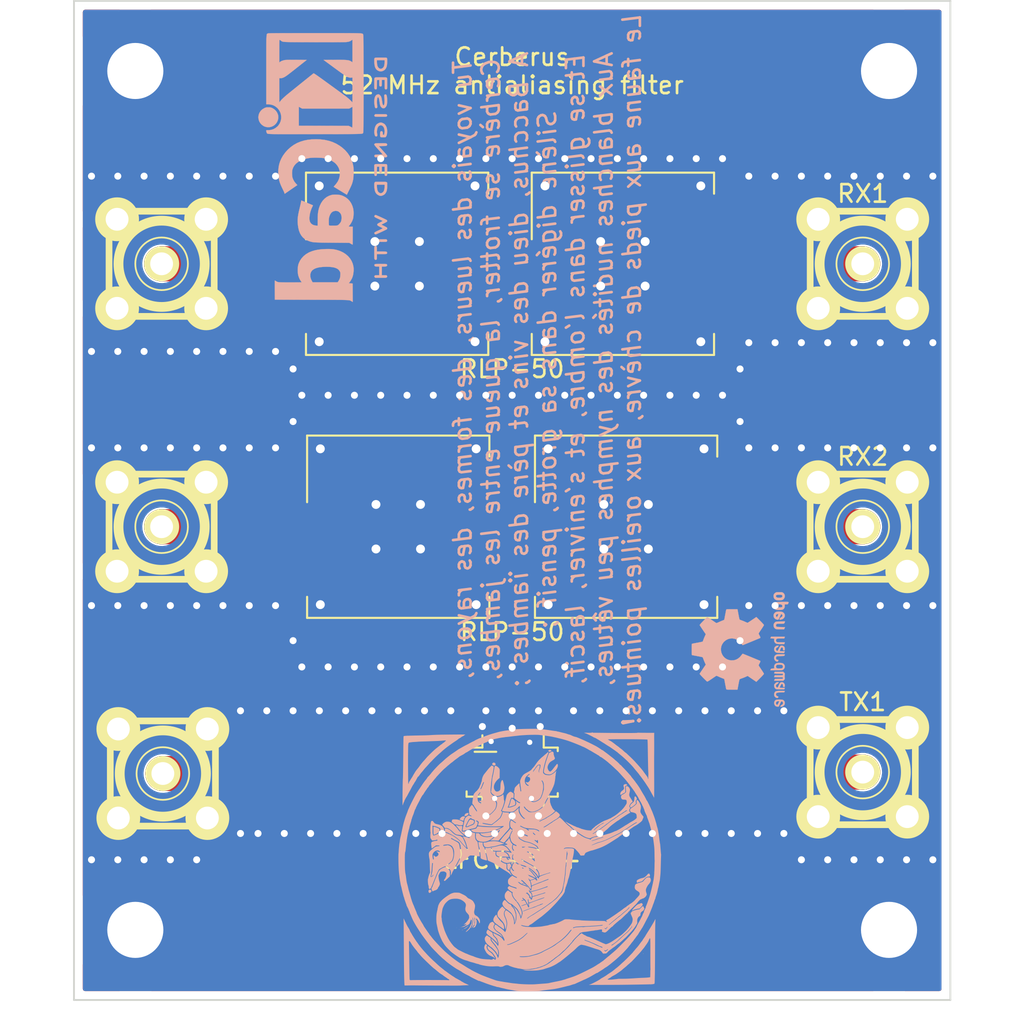
<source format=kicad_pcb>
(kicad_pcb (version 20211014) (generator pcbnew)
  (layers (0 "F.Cu" signal) (31 "B.Cu" signal) (34 "B.Paste" user) (35 "F.Paste" user) (36 "B.SilkS" user "B.Silkscreen") (37 "F.SilkS" user "F.Silkscreen") (38 "B.Mask" user) (39 "F.Mask" user) (44 "Edge.Cuts" user))
  (net 0 "")
  (net 1 "Net-(FL1001-Pad1)")
  (net 2 "Net-(FL1001-Pad3)")
  (net 3 "GND")
  (net 4 "Net-(J1002-Pad1)")
  (net 5 "Net-(J1003-Pad1)")
  (net 6 "Net-(J1005-Pad1)")
  (net 7 "Net-(J1006-Pad1)")
  (net 8 "Net-(U1001-Pad2)")
  (net 9 "Net-(U1002-Pad2)")
  (footprint "Filter:Filter_Mini-Circuits_FV1206" (layer "F.Cu") (at 160 79)
    (fp_text reference "FL1001" hide)
    (fp_text value "LFCV-52+")
    (pad "1" smd rect (at -1.95 0) (size 1.6 0.8) (layers "F.Cu" "F.Paste" "F.Mask") (net 1 "Net-(FL1001-Pad1)"))
    (pad "2" thru_hole circle (at -1 1.5) (size 0.61 0.61) (drill 0.3) (layers *.Cu *.Mask) (net 3 "GND"))
    (pad "2" smd rect (at 0 1.5) (size 3.25 1.5) (layers "F.Cu" "F.Paste" "F.Mask") (net 3 "GND"))
    (pad "2" thru_hole circle (at 1 -1.7) (size 0.61 0.61) (drill 0.3) (layers *.Cu *.Mask) (net 3 "GND"))
    (pad "2" thru_hole circle (at -1.2 -1.75) (size 0.61 0.61) (drill 0.3) (layers *.Cu *.Mask) (net 3 "GND"))
    (pad "2" thru_hole circle (at 1.1 1.5) (size 0.61 0.61) (drill 0.3) (layers *.Cu *.Mask) (net 3 "GND"))
    (pad "3" smd rect (at 1.95 0) (size 1.6 0.8) (layers "F.Cu" "F.Paste" "F.Mask") (net 2 "Net-(FL1001-Pad3)"))
    (pad "4" smd rect (at 0 -1.5) (size 3.25 1.5) (layers "F.Cu" "F.Paste" "F.Mask") (net 3 "GND"))
  )
  (footprint "SMA_PINS:SMA_PINS" (layer "F.Cu") (at 180 50)
    (fp_text reference "J1005" hide)
    (fp_text value "Conn_Coaxial" hide)
    (pad "1" thru_hole circle locked (at 0 0) (size 1.99898 1.99898) (drill 1.30048) (layers *.Cu *.Mask "F.SilkS") (net 6 "Net-(J1005-Pad1)") (clearance 0.09906))
    (pad "2" thru_hole circle locked (at -2.54 -2.54) (size 2.49936 2.49936) (drill 1.30048) (layers *.Cu *.Mask "F.SilkS") (net 3 "GND"))
    (pad "2" thru_hole circle locked (at -2.54 2.54) (size 2.49936 2.49936) (drill 1.30048) (layers *.Cu *.Mask "F.SilkS") (net 3 "GND"))
    (pad "2" thru_hole circle locked (at 2.54 -2.54) (size 2.49936 2.49936) (drill 1.30048) (layers *.Cu *.Mask "F.SilkS") (net 3 "GND"))
    (pad "2" thru_hole circle locked (at 2.54 2.54) (size 2.49936 2.49936) (drill 1.30048) (layers *.Cu *.Mask "F.SilkS") (net 3 "GND"))
  )
  (footprint "RF_Mini-Circuits:Mini-Circuits_GP1212_LandPatternPL-176" (layer "F.Cu") (at 166.5 65)
    (fp_text reference "U1002" hide)
    (fp_text value "RLP-50")
    (pad "1" smd rect locked (at 3.683 3.175) (size 2.54 3.556) (layers "F.Cu") (net 3 "GND"))
    (pad "1" thru_hole circle locked (at -4.445 -4.445) (size 1.016 1.016) (drill 0.508) (layers *.Cu) (net 3 "GND"))
    (pad "1" smd rect locked (at 0 0) (size 4.826 9.906) (layers "F.Cu") (net 3 "GND"))
    (pad "1" smd rect locked (at -3.683 3.175) (size 2.54 3.556) (layers "F.Cu") (net 3 "GND"))
    (pad "1" thru_hole circle locked (at 1.27 1.27) (size 1.016 1.016) (drill 0.508) (layers *.Cu) (net 3 "GND"))
    (pad "1" thru_hole circle locked (at -4.445 4.445) (size 1.016 1.016) (drill 0.508) (layers *.Cu) (net 3 "GND"))
    (pad "1" smd rect locked (at 3.683 -3.175) (size 2.54 3.556) (layers "F.Cu") (net 3 "GND"))
    (pad "1" thru_hole circle locked (at -1.27 1.27) (size 1.016 1.016) (drill 0.508) (layers *.Cu) (net 3 "GND"))
    (pad "1" thru_hole circle locked (at 1.27 -1.27) (size 1.016 1.016) (drill 0.508) (layers *.Cu) (net 3 "GND"))
    (pad "1" thru_hole circle locked (at 4.445 -4.445) (size 1.016 1.016) (drill 0.508) (layers *.Cu) (net 3 "GND"))
    (pad "1" smd rect locked (at -3.683 -3.175) (size 2.54 3.556) (layers "F.Cu") (net 3 "GND"))
    (pad "1" thru_hole circle locked (at -1.27 -1.27) (size 1.016 1.016) (drill 0.508) (layers *.Cu) (net 3 "GND"))
    (pad "1" smd rect locked (at -4.064 -1.905 180) (size 1.778 1.016) (layers "F.Cu" "F.Paste" "F.Mask") (net 3 "GND"))
    (pad "1" thru_hole circle locked (at 4.445 4.445) (size 1.016 1.016) (drill 0.508) (layers *.Cu) (net 3 "GND"))
    (pad "2" smd rect locked (at -4.064 0 180) (size 1.778 1.016) (layers "F.Cu" "F.Paste" "F.Mask") (net 9 "Net-(U1002-Pad2)") (clearance 0.762))
    (pad "3" smd rect locked (at -4.064 1.905 180) (size 1.778 1.016) (layers "F.Cu" "F.Paste" "F.Mask") (net 3 "GND"))
    (pad "4" smd rect locked (at 0 4.064 270) (size 1.778 1.016) (layers "F.Cu" "F.Paste" "F.Mask") (net 3 "GND"))
    (pad "5" smd rect locked (at 4.064 1.905) (size 1.778 1.016) (layers "F.Cu" "F.Paste" "F.Mask") (net 3 "GND"))
    (pad "6" smd rect locked (at 4.064 0) (size 1.778 1.016) (layers "F.Cu" "F.Paste" "F.Mask") (net 7 "Net-(J1006-Pad1)") (clearance 0.762))
    (pad "7" smd rect locked (at 4.064 -1.905) (size 1.778 1.016) (layers "F.Cu" "F.Paste" "F.Mask") (net 3 "GND"))
    (pad "8" smd rect locked (at 0 -4.064 270) (size 1.778 1.016) (layers "F.Cu" "F.Paste" "F.Mask") (net 3 "GND"))
  )
  (footprint "SMA_PINS:SMA_PINS" (layer "F.Cu") (at 140 50 180)
    (fp_text reference "J1002" hide)
    (fp_text value "Conn_Coaxial" hide)
    (pad "1" thru_hole circle locked (at 0 0 180) (size 1.99898 1.99898) (drill 1.30048) (layers *.Cu *.Mask "F.SilkS") (net 4 "Net-(J1002-Pad1)") (clearance 0.09906))
    (pad "2" thru_hole circle locked (at -2.54 -2.54 180) (size 2.49936 2.49936) (drill 1.30048) (layers *.Cu *.Mask "F.SilkS") (net 3 "GND"))
    (pad "2" thru_hole circle locked (at 2.54 2.54 180) (size 2.49936 2.49936) (drill 1.30048) (layers *.Cu *.Mask "F.SilkS") (net 3 "GND"))
    (pad "2" thru_hole circle locked (at -2.54 2.54 180) (size 2.49936 2.49936) (drill 1.30048) (layers *.Cu *.Mask "F.SilkS") (net 3 "GND"))
    (pad "2" thru_hole circle locked (at 2.54 -2.54 180) (size 2.49936 2.49936) (drill 1.30048) (layers *.Cu *.Mask "F.SilkS") (net 3 "GND"))
  )
  (footprint "MountingHole:MountingHole_3.2mm_M3_ISO7380_Pad" (layer "F.Cu") (at 181.5 39)
    (fp_text reference "J1007" hide)
    (fp_text value "Conn_01x01_Female")
    (pad "1" thru_hole circle locked (at 0 0) (size 5.7 5.7) (drill 3.2) (layers *.Cu *.Mask) (net 3 "GND"))
  )
  (footprint "SMA_PINS:SMA_PINS" (layer "F.Cu") (at 140 65 180)
    (fp_text reference "J1003" hide)
    (fp_text value "Conn_Coaxial" hide)
    (pad "1" thru_hole circle locked (at 0 0 180) (size 1.99898 1.99898) (drill 1.30048) (layers *.Cu *.Mask "F.SilkS") (net 5 "Net-(J1003-Pad1)") (clearance 0.09906))
    (pad "2" thru_hole circle locked (at -2.54 -2.54 180) (size 2.49936 2.49936) (drill 1.30048) (layers *.Cu *.Mask "F.SilkS") (net 3 "GND"))
    (pad "2" thru_hole circle locked (at 2.54 -2.54 180) (size 2.49936 2.49936) (drill 1.30048) (layers *.Cu *.Mask "F.SilkS") (net 3 "GND"))
    (pad "2" thru_hole circle locked (at 2.54 2.54 180) (size 2.49936 2.49936) (drill 1.30048) (layers *.Cu *.Mask "F.SilkS") (net 3 "GND"))
    (pad "2" thru_hole circle locked (at -2.54 2.54 180) (size 2.49936 2.49936) (drill 1.30048) (layers *.Cu *.Mask "F.SilkS") (net 3 "GND"))
  )
  (footprint "RF_Mini-Circuits:Mini-Circuits_GP1212_LandPatternPL-176" (layer "F.Cu") (at 153.436 50)
    (fp_text reference "U1003" hide)
    (fp_text value "RLP-50")
    (pad "1" thru_hole circle locked (at -4.445 4.445) (size 1.016 1.016) (drill 0.508) (layers *.Cu) (net 3 "GND"))
    (pad "1" thru_hole circle locked (at 4.445 -4.445) (size 1.016 1.016) (drill 0.508) (layers *.Cu) (net 3 "GND"))
    (pad "1" thru_hole circle locked (at -1.27 1.27) (size 1.016 1.016) (drill 0.508) (layers *.Cu) (net 3 "GND"))
    (pad "1" thru_hole circle locked (at 1.27 -1.27) (size 1.016 1.016) (drill 0.508) (layers *.Cu) (net 3 "GND"))
    (pad "1" thru_hole circle locked (at -4.445 -4.445) (size 1.016 1.016) (drill 0.508) (layers *.Cu) (net 3 "GND"))
    (pad "1" smd rect locked (at -3.683 3.175) (size 2.54 3.556) (layers "F.Cu") (net 3 "GND"))
    (pad "1" thru_hole circle locked (at 4.445 4.445) (size 1.016 1.016) (drill 0.508) (layers *.Cu) (net 3 "GND"))
    (pad "1" thru_hole circle locked (at 1.27 1.27) (size 1.016 1.016) (drill 0.508) (layers *.Cu) (net 3 "GND"))
    (pad "1" thru_hole circle locked (at -1.27 -1.27) (size 1.016 1.016) (drill 0.508) (layers *.Cu) (net 3 "GND"))
    (pad "1" smd rect locked (at 0 0) (size 4.826 9.906) (layers "F.Cu") (net 3 "GND"))
    (pad "1" smd rect locked (at -4.064 -1.905 180) (size 1.778 1.016) (layers "F.Cu" "F.Paste" "F.Mask") (net 3 "GND"))
    (pad "1" smd rect locked (at -3.683 -3.175) (size 2.54 3.556) (layers "F.Cu") (net 3 "GND"))
    (pad "1" smd rect locked (at 3.683 3.175) (size 2.54 3.556) (layers "F.Cu") (net 3 "GND"))
    (pad "1" smd rect locked (at 3.683 -3.175) (size 2.54 3.556) (layers "F.Cu") (net 3 "GND"))
    (pad "2" smd rect locked (at -4.064 0 180) (size 1.778 1.016) (layers "F.Cu" "F.Paste" "F.Mask") (net 4 "Net-(J1002-Pad1)") (clearance 0.762))
    (pad "3" smd rect locked (at -4.064 1.905 180) (size 1.778 1.016) (layers "F.Cu" "F.Paste" "F.Mask") (net 3 "GND"))
    (pad "4" smd rect locked (at 0 4.064 270) (size 1.778 1.016) (layers "F.Cu" "F.Paste" "F.Mask") (net 3 "GND"))
    (pad "5" smd rect locked (at 4.064 1.905) (size 1.778 1.016) (layers "F.Cu" "F.Paste" "F.Mask") (net 3 "GND"))
    (pad "6" smd rect locked (at 4.064 0) (size 1.778 1.016) (layers "F.Cu" "F.Paste" "F.Mask") (net 8 "Net-(U1001-Pad2)") (clearance 0.762))
    (pad "7" smd rect locked (at 4.064 -1.905) (size 1.778 1.016) (layers "F.Cu" "F.Paste" "F.Mask") (net 3 "GND"))
    (pad "8" smd rect locked (at 0 -4.064 270) (size 1.778 1.016) (layers "F.Cu" "F.Paste" "F.Mask") (net 3 "GND"))
  )
  (footprint "MountingHole:MountingHole_3.2mm_M3_ISO7380_Pad" (layer "F.Cu") (at 181.5 88)
    (fp_text reference "J1008" hide)
    (fp_text value "Conn_01x01_Female")
    (pad "1" thru_hole circle locked (at 0 0) (size 5.7 5.7) (drill 3.2) (layers *.Cu *.Mask) (net 3 "GND"))
  )
  (footprint "RF_Mini-Circuits:Mini-Circuits_GP1212_LandPatternPL-176" (layer "F.Cu") (at 153.5 65)
    (fp_text reference "U1004" hide)
    (fp_text value "RLP-50")
    (pad "1" smd rect locked (at 0 0) (size 4.826 9.906) (layers "F.Cu") (net 3 "GND"))
    (pad "1" smd rect locked (at -4.064 -1.905 180) (size 1.778 1.016) (layers "F.Cu" "F.Paste" "F.Mask") (net 3 "GND"))
    (pad "1" thru_hole circle locked (at -1.27 1.27) (size 1.016 1.016) (drill 0.508) (layers *.Cu) (net 3 "GND"))
    (pad "1" thru_hole circle locked (at 1.27 1.27) (size 1.016 1.016) (drill 0.508) (layers *.Cu) (net 3 "GND"))
    (pad "1" thru_hole circle locked (at 4.445 -4.445) (size 1.016 1.016) (drill 0.508) (layers *.Cu) (net 3 "GND"))
    (pad "1" smd rect locked (at 3.683 3.175) (size 2.54 3.556) (layers "F.Cu") (net 3 "GND"))
    (pad "1" thru_hole circle locked (at -4.445 4.445) (size 1.016 1.016) (drill 0.508) (layers *.Cu) (net 3 "GND"))
    (pad "1" smd rect locked (at 3.683 -3.175) (size 2.54 3.556) (layers "F.Cu") (net 3 "GND"))
    (pad "1" smd rect locked (at -3.683 -3.175) (size 2.54 3.556) (layers "F.Cu") (net 3 "GND"))
    (pad "1" smd rect locked (at -3.683 3.175) (size 2.54 3.556) (layers "F.Cu") (net 3 "GND"))
    (pad "1" thru_hole circle locked (at -4.445 -4.445) (size 1.016 1.016) (drill 0.508) (layers *.Cu) (net 3 "GND"))
    (pad "1" thru_hole circle locked (at -1.27 -1.27) (size 1.016 1.016) (drill 0.508) (layers *.Cu) (net 3 "GND"))
    (pad "1" thru_hole circle locked (at 4.445 4.445) (size 1.016 1.016) (drill 0.508) (layers *.Cu) (net 3 "GND"))
    (pad "1" thru_hole circle locked (at 1.27 -1.27) (size 1.016 1.016) (drill 0.508) (layers *.Cu) (net 3 "GND"))
    (pad "2" smd rect locked (at -4.064 0 180) (size 1.778 1.016) (layers "F.Cu" "F.Paste" "F.Mask") (net 5 "Net-(J1003-Pad1)") (clearance 0.762))
    (pad "3" smd rect locked (at -4.064 1.905 180) (size 1.778 1.016) (layers "F.Cu" "F.Paste" "F.Mask") (net 3 "GND"))
    (pad "4" smd rect locked (at 0 4.064 270) (size 1.778 1.016) (layers "F.Cu" "F.Paste" "F.Mask") (net 3 "GND"))
    (pad "5" smd rect locked (at 4.064 1.905) (size 1.778 1.016) (layers "F.Cu" "F.Paste" "F.Mask") (net 3 "GND"))
    (pad "6" smd rect locked (at 4.064 0) (size 1.778 1.016) (layers "F.Cu" "F.Paste" "F.Mask") (net 9 "Net-(U1002-Pad2)") (clearance 0.762))
    (pad "7" smd rect locked (at 4.064 -1.905) (size 1.778 1.016) (layers "F.Cu" "F.Paste" "F.Mask") (net 3 "GND"))
    (pad "8" smd rect locked (at 0 -4.064 270) (size 1.778 1.016) (layers "F.Cu" "F.Paste" "F.Mask") (net 3 "GND"))
  )
  (footprint "MountingHole:MountingHole_3.2mm_M3_ISO7380_Pad" (layer "F.Cu") (at 138.5 88)
    (fp_text reference "J1009" hide)
    (fp_text value "Conn_01x01_Female")
    (pad "1" thru_hole circle locked (at 0 0) (size 5.7 5.7) (drill 3.2) (layers *.Cu *.Mask) (net 3 "GND"))
  )
  (footprint "RF_Mini-Circuits:Mini-Circuits_GP1212_LandPatternPL-176" (layer "F.Cu") (at 166.317 50)
    (fp_text reference "U1001" hide)
    (fp_text value "RLP-50")
    (pad "1" smd rect locked (at 3.683 3.175) (size 2.54 3.556) (layers "F.Cu") (net 3 "GND"))
    (pad "1" thru_hole circle locked (at -1.27 1.27) (size 1.016 1.016) (drill 0.508) (layers *.Cu) (net 3 "GND"))
    (pad "1" smd rect locked (at 0 0) (size 4.826 9.906) (layers "F.Cu") (net 3 "GND"))
    (pad "1" thru_hole circle locked (at 4.445 4.445) (size 1.016 1.016) (drill 0.508) (layers *.Cu) (net 3 "GND"))
    (pad "1" smd rect locked (at -3.683 -3.175) (size 2.54 3.556) (layers "F.Cu") (net 3 "GND"))
    (pad "1" thru_hole circle locked (at 1.27 -1.27) (size 1.016 1.016) (drill 0.508) (layers *.Cu) (net 3 "GND"))
    (pad "1" thru_hole circle locked (at -4.445 -4.445) (size 1.016 1.016) (drill 0.508) (layers *.Cu) (net 3 "GND"))
    (pad "1" thru_hole circle locked (at 1.27 1.27) (size 1.016 1.016) (drill 0.508) (layers *.Cu) (net 3 "GND"))
    (pad "1" thru_hole circle locked (at -4.445 4.445) (size 1.016 1.016) (drill 0.508) (layers *.Cu) (net 3 "GND"))
    (pad "1" smd rect locked (at 3.683 -3.175) (size 2.54 3.556) (layers "F.Cu") (net 3 "GND"))
    (pad "1" thru_hole circle locked (at 4.445 -4.445) (size 1.016 1.016) (drill 0.508) (layers *.Cu) (net 3 "GND"))
    (pad "1" smd rect locked (at -4.064 -1.905 180) (size 1.778 1.016) (layers "F.Cu" "F.Paste" "F.Mask") (net 3 "GND"))
    (pad "1" thru_hole circle locked (at -1.27 -1.27) (size 1.016 1.016) (drill 0.508) (layers *.Cu) (net 3 "GND"))
    (pad "1" smd rect locked (at -3.683 3.175) (size 2.54 3.556) (layers "F.Cu") (net 3 "GND"))
    (pad "2" smd rect locked (at -4.064 0 180) (size 1.778 1.016) (layers "F.Cu" "F.Paste" "F.Mask") (net 8 "Net-(U1001-Pad2)") (clearance 0.762))
    (pad "3" smd rect locked (at -4.064 1.905 180) (size 1.778 1.016) (layers "F.Cu" "F.Paste" "F.Mask") (net 3 "GND"))
    (pad "4" smd rect locked (at 0 4.064 270) (size 1.778 1.016) (layers "F.Cu" "F.Paste" "F.Mask") (net 3 "GND"))
    (pad "5" smd rect locked (at 4.064 1.905) (size 1.778 1.016) (layers "F.Cu" "F.Paste" "F.Mask") (net 3 "GND"))
    (pad "6" smd rect locked (at 4.064 0) (size 1.778 1.016) (layers "F.Cu" "F.Paste" "F.Mask") (net 6 "Net-(J1005-Pad1)") (clearance 0.762))
    (pad "7" smd rect locked (at 4.064 -1.905) (size 1.778 1.016) (layers "F.Cu" "F.Paste" "F.Mask") (net 3 "GND"))
    (pad "8" smd rect locked (at 0 -4.064 270) (size 1.778 1.016) (layers "F.Cu" "F.Paste" "F.Mask") (net 3 "GND"))
  )
  (footprint "SMA_PINS:SMA_PINS" (layer "F.Cu") (at 140.071044 79.08 180)
    (fp_text reference "J1001" hide)
    (fp_text value "Conn_Coaxial" hide)
    (pad "1" thru_hole circle locked (at 0 0 180) (size 1.99898 1.99898) (drill 1.30048) (layers *.Cu *.Mask "F.SilkS") (net 1 "Net-(FL1001-Pad1)") (clearance 0.09906))
    (pad "2" thru_hole circle locked (at 2.54 -2.54 180) (size 2.49936 2.49936) (drill 1.30048) (layers *.Cu *.Mask "F.SilkS") (net 3 "GND"))
    (pad "2" thru_hole circle locked (at -2.54 2.54 180) (size 2.49936 2.49936) (drill 1.30048) (layers *.Cu *.Mask "F.SilkS") (net 3 "GND"))
    (pad "2" thru_hole circle locked (at 2.54 2.54 180) (size 2.49936 2.49936) (drill 1.30048) (layers *.Cu *.Mask "F.SilkS") (net 3 "GND"))
    (pad "2" thru_hole circle locked (at -2.54 -2.54 180) (size 2.49936 2.49936) (drill 1.30048) (layers *.Cu *.Mask "F.SilkS") (net 3 "GND"))
  )
  (footprint "MountingHole:MountingHole_3.2mm_M3_ISO7380_Pad" (layer "F.Cu") (at 138.5 39)
    (fp_text reference "J1010" hide)
    (fp_text value "Conn_01x01_Female")
    (pad "1" thru_hole circle locked (at 0 0) (size 5.7 5.7) (drill 3.2) (layers *.Cu *.Mask) (net 3 "GND"))
  )
  (footprint "SMA_PINS:SMA_PINS" (layer "F.Cu") (at 180 65)
    (fp_text reference "J1006" hide)
    (fp_text value "Conn_Coaxial" hide)
    (pad "1" thru_hole circle locked (at 0 0) (size 1.99898 1.99898) (drill 1.30048) (layers *.Cu *.Mask "F.SilkS") (net 7 "Net-(J1006-Pad1)") (clearance 0.09906))
    (pad "2" thru_hole circle locked (at -2.54 -2.54) (size 2.49936 2.49936) (drill 1.30048) (layers *.Cu *.Mask "F.SilkS") (net 3 "GND"))
    (pad "2" thru_hole circle locked (at 2.54 2.54) (size 2.49936 2.49936) (drill 1.30048) (layers *.Cu *.Mask "F.SilkS") (net 3 "GND"))
    (pad "2" thru_hole circle locked (at -2.54 2.54) (size 2.49936 2.49936) (drill 1.30048) (layers *.Cu *.Mask "F.SilkS") (net 3 "GND"))
    (pad "2" thru_hole circle locked (at 2.54 -2.54) (size 2.49936 2.49936) (drill 1.30048) (layers *.Cu *.Mask "F.SilkS") (net 3 "GND"))
  )
  (footprint "SMA_PINS:SMA_PINS" (layer "F.Cu") (at 180 79)
    (fp_text reference "J1004" hide)
    (fp_text value "Conn_Coaxial" hide)
    (pad "1" thru_hole circle locked (at 0 0) (size 1.99898 1.99898) (drill 1.30048) (layers *.Cu *.Mask "F.SilkS") (net 2 "Net-(FL1001-Pad3)") (clearance 0.09906))
    (pad "2" thru_hole circle locked (at -2.54 -2.54) (size 2.49936 2.49936) (drill 1.30048) (layers *.Cu *.Mask "F.SilkS") (net 3 "GND"))
    (pad "2" thru_hole circle locked (at -2.54 2.54) (size 2.49936 2.49936) (drill 1.30048) (layers *.Cu *.Mask "F.SilkS") (net 3 "GND"))
    (pad "2" thru_hole circle locked (at 2.54 2.54) (size 2.49936 2.49936) (drill 1.30048) (layers *.Cu *.Mask "F.SilkS") (net 3 "GND"))
    (pad "2" thru_hole circle locked (at 2.54 -2.54) (size 2.49936 2.49936) (drill 1.30048) (layers *.Cu *.Mask "F.SilkS") (net 3 "GND"))
  )
  (footprint "Symbol:KiCad-Logo2_6mm_SilkScreen" (layer "B.Cu") (at 148.5 44.5 -90)
    (fp_text reference "REF**" hide)
    (fp_text value "KiCad-Logo2_6mm_SilkScreen" hide)
  )
  (footprint "cerbere" (layer "B.Cu") (at 161 84 -90)
    (fp_text reference "G***" (at 0 0 90) (layer "B.SilkS") (effects (font (size 1.524 1.524) (thickness 0.3)) (justify mirror)))
    (fp_text value "LOGO" hide)
  )
  (footprint "Symbol:OSHW-Logo2_7.3x6mm_SilkScreen" (layer "B.Cu") (at 173 72 -90)
    (fp_text reference "REF**" hide)
    (fp_text value "OSHW-Logo2_7.3x6mm_SilkScreen" hide)
  )
  (gr_line (start 135 92) (end 185 92) (layer "Edge.Cuts") (width 0.1))
  (gr_line (start 185 35) (end 135 35) (layer "Edge.Cuts") (width 0.1))
  (gr_line (start 135 35) (end 135 92) (layer "Edge.Cuts") (width 0.1))
  (gr_line (start 185 92) (end 185 35) (layer "Edge.Cuts") (width 0.1))
  (gr_text "Tu voyais des lueurs, des formes, des rayons,\nCerbère se frotter, la queue entre les jambes,\nA Bacchus, dieu des vins et père des ïambes ;\nSilène digérer dans sa grotte, pensif ;\nEt se glisser dans l'ombre, et s'enivrer, lascif,\nAux blanches nudités des nymphes peu vêtues,\nLe faune aux pieds de chèvre, aux oreilles pointues!" (at 162 56 90) (layer "B.SilkS") (effects (font (size 1 1) (thickness 0.15) italic) (justify mirror)))
  (gr_text "TX1\n" (at 180 75) (layer "F.SilkS") (effects (font (size 1 1))))
  (gr_text "RLP-50" (at 160 56) (layer "F.SilkS") (effects (font (size 1 1))))
  (gr_text "Cerberus\n52 MHz antialiasing filter" (at 160 39) (layer "F.SilkS") (effects (font (size 1 1))))
  (gr_text "RX1\n" (at 180 46) (layer "F.SilkS") (effects (font (size 1 1))))
  (gr_text "LFCV-52+" (at 160 84) (layer "F.SilkS") (effects (font (size 1 1))))
  (gr_text "RX2\n" (at 180 61) (layer "F.SilkS") (effects (font (size 1 1))))
  (gr_text "RLP-50" (at 160 71) (layer "F.SilkS") (effects (font (size 1 1))))
  (segment (start 144.92 79.08) (end 155.92 79.08) (width 2.9) (layer "F.Cu") (net 1))
  (segment (start 154.625 79) (end 158 79) (width 0.8) (layer "F.Cu") (net 1))
  (segment (start 140.071044 79.08) (end 144.92 79.08) (width 2) (layer "F.Cu") (net 1))
  (segment (start 175 79) (end 180 79) (width 2) (layer "F.Cu") (net 2))
  (segment (start 164 79) (end 175 79) (width 2.9) (layer "F.Cu") (net 2))
  (segment (start 162 79) (end 165.375 79) (width 0.8) (layer "F.Cu") (net 2))
  (via (at 142 60.5) (size 0.8) (drill 0.4) (layers "F.Cu" "B.Cu") (net 3))
  (via (at 182.5 69.5) (size 0.8) (drill 0.4) (layers "F.Cu" "B.Cu") (net 3))
  (via (at 160 81.5) (size 0.8) (drill 0.4) (layers "F.Cu" "B.Cu") (net 3))
  (via (at 166 44) (size 0.8) (drill 0.4) (layers "F.Cu" "B.Cu") (net 3))
  (via (at 170.5 57.5) (size 0.8) (drill 0.4) (layers "F.Cu" "B.Cu") (net 3))
  (via (at 176.5 45) (size 0.8) (drill 0.4) (layers "F.Cu" "B.Cu") (net 3))
  (via (at 158.5 73) (size 0.8) (drill 0.4) (layers "F.Cu" "B.Cu") (net 3))
  (via (at 157 73) (size 0.8) (drill 0.4) (layers "F.Cu" "B.Cu") (net 3))
  (via (at 179.5 60.5) (size 0.8) (drill 0.4) (layers "F.Cu" "B.Cu") (net 3))
  (via (at 151.5 82.5) (size 0.8) (drill 0.4) (layers "F.Cu" "B.Cu") (net 3))
  (via (at 164.5 44) (size 0.8) (drill 0.4) (layers "F.Cu" "B.Cu") (net 3))
  (via (at 156.5 75.5) (size 0.8) (drill 0.4) (layers "F.Cu" "B.Cu") (net 3))
  (via (at 179.5 45) (size 0.8) (drill 0.4) (layers "F.Cu" "B.Cu") (net 3))
  (via (at 160.5 82.5) (size 0.8) (drill 0.4) (layers "F.Cu" "B.Cu") (net 3))
  (via (at 149 75.5) (size 0.8) (drill 0.4) (layers "F.Cu" "B.Cu") (net 3))
  (via (at 148 57.5) (size 0.8) (drill 0.4) (layers "F.Cu" "B.Cu") (net 3))
  (via (at 142 84) (size 0.8) (drill 0.4) (layers "F.Cu" "B.Cu") (net 3))
  (via (at 151 57.5) (size 0.8) (drill 0.4) (layers "F.Cu" "B.Cu") (net 3))
  (via (at 158.5 44) (size 0.8) (drill 0.4) (layers "F.Cu" "B.Cu") (net 3))
  (via (at 147.5 75.5) (size 0.8) (drill 0.4) (layers "F.Cu" "B.Cu") (net 3))
  (via (at 149.5 73) (size 0.8) (drill 0.4) (layers "F.Cu" "B.Cu") (net 3))
  (via (at 169 57.5) (size 0.8) (drill 0.4) (layers "F.Cu" "B.Cu") (net 3))
  (via (at 136 84) (size 0.8) (drill 0.4) (layers "F.Cu" "B.Cu") (net 3))
  (via (at 153.5 75.5) (size 0.8) (drill 0.4) (layers "F.Cu" "B.Cu") (net 3))
  (via (at 179.5 69.5) (size 0.8) (drill 0.4) (layers "F.Cu" "B.Cu") (net 3))
  (via (at 137.5 45) (size 0.8) (drill 0.4) (layers "F.Cu" "B.Cu") (net 3))
  (via (at 154 73) (size 0.8) (drill 0.4) (layers "F.Cu" "B.Cu") (net 3))
  (via (at 166 57.5) (size 0.8) (drill 0.4) (layers "F.Cu" "B.Cu") (net 3))
  (via (at 136 69.5) (size 0.8) (drill 0.4) (layers "F.Cu" "B.Cu") (net 3))
  (via (at 184 60.5) (size 0.8) (drill 0.4) (layers "F.Cu" "B.Cu") (net 3))
  (via (at 136 45) (size 0.8) (drill 0.4) (layers "F.Cu" "B.Cu") (net 3))
  (via (at 175.5 82.5) (size 0.8) (drill 0.4) (layers "F.Cu" "B.Cu") (net 3))
  (via (at 168 82.5) (size 0.8) (drill 0.4) (layers "F.Cu" "B.Cu") (net 3))
  (via (at 153 82.5) (size 0.8) (drill 0.4) (layers "F.Cu" "B.Cu") (net 3))
  (via (at 172 44) (size 0.8) (drill 0.4) (layers "F.Cu" "B.Cu") (net 3))
  (via (at 155.5 44) (size 0.8) (drill 0.4) (layers "F.Cu" "B.Cu") (net 3))
  (via (at 162 82.5) (size 0.8) (drill 0.4) (layers "F.Cu" "B.Cu") (net 3))
  (via (at 146.5 55) (size 0.8) (drill 0.4) (layers "F.Cu" "B.Cu") (net 3))
  (via (at 149.5 44) (size 0.8) (drill 0.4) (layers "F.Cu" "B.Cu") (net 3))
  (via (at 173 71.5) (size 0.8) (drill 0.4) (layers "F.Cu" "B.Cu") (net 3))
  (via (at 146 75.5) (size 0.8) (drill 0.4) (layers "F.Cu" "B.Cu") (net 3))
  (via (at 152.5 57.5) (size 0.8) (drill 0.4) (layers "F.Cu" "B.Cu") (net 3))
  (via (at 144.5 75.5) (size 0.8) (drill 0.4) (layers "F.Cu" "B.Cu") (net 3))
  (via (at 154 44) (size 0.8) (drill 0.4) (layers "F.Cu" "B.Cu") (net 3))
  (via (at 151 44) (size 0.8) (drill 0.4) (layers "F.Cu" "B.Cu") (net 3))
  (via (at 137.5 84) (size 0.8) (drill 0.4) (layers "F.Cu" "B.Cu") (net 3))
  (via (at 167.5 44) (size 0.8) (drill 0.4) (layers "F.Cu" "B.Cu") (net 3))
  (via (at 161.5 73) (size 0.8) (drill 0.4) (layers "F.Cu" "B.Cu") (net 3))
  (via (at 178 54.5) (size 0.8) (drill 0.4) (layers "F.Cu" "B.Cu") (net 3))
  (via (at 148 44) (size 0.8) (drill 0.4) (layers "F.Cu" "B.Cu") (net 3))
  (via (at 137.5 60.5) (size 0.8) (drill 0.4) (layers "F.Cu" "B.Cu") (net 3))
  (via (at 139 60.5) (size 0.8) (drill 0.4) (layers "F.Cu" "B.Cu") (net 3))
  (via (at 169.5 75.5) (size 0.8) (drill 0.4) (layers "F.Cu" "B.Cu") (net 3))
  (via (at 182.5 54.5) (size 0.8) (drill 0.4) (layers "F.Cu" "B.Cu") (net 3))
  (via (at 151 73) (size 0.8) (drill 0.4) (layers "F.Cu" "B.Cu") (net 3))
  (via (at 174 75.5) (size 0.8) (drill 0.4) (layers "F.Cu" "B.Cu") (net 3))
  (via (at 164.5 57.5) (size 0.8) (drill 0.4) (layers "F.Cu" "B.Cu") (net 3))
  (via (at 139 45) (size 0.8) (drill 0.4) (layers "F.Cu" "B.Cu") (net 3))
  (via (at 158.3 76.4) (size 0.8) (drill 0.4) (layers "F.Cu" "B.Cu") (net 3))
  (via (at 155.5 57.5) (size 0.8) (drill 0.4) (layers "F.Cu" "B.Cu") (net 3))
  (via (at 158.5 75.5) (size 0.8) (drill 0.4) (layers "F.Cu" "B.Cu") (net 3))
  (via (at 182.5 84) (size 0.8) (drill 0.4) (layers "F.Cu" "B.Cu") (net 3))
  (via (at 158.5 57.5) (size 0.8) (drill 0.4) (layers "F.Cu" "B.Cu") (net 3))
  (via (at 140.5 69.5) (size 0.8) (drill 0.4) (layers "F.Cu" "B.Cu") (net 3))
  (via (at 166.5 75.5) (size 0.8) (drill 0.4) (layers "F.Cu" "B.Cu") (net 3))
  (via (at 175 69.5) (size 0.8) (drill 0.4) (layers "F.Cu" "B.Cu") (net 3))
  (via (at 145 45) (size 0.8) (drill 0.4) (layers "F.Cu" "B.Cu") (net 3))
  (via (at 145 60.5) (size 0.8) (drill 0.4) (layers "F.Cu" "B.Cu") (net 3))
  (via (at 160 44) (size 0.8) (drill 0.4) (layers "F.Cu" "B.Cu") (net 3))
  (via (at 169 73) (size 0.8) (drill 0.4) (layers "F.Cu" "B.Cu") (net 3))
  (via (at 143.5 45) (size 0.8) (drill 0.4) (layers "F.Cu" "B.Cu") (net 3))
  (via (at 136 55) (size 0.8) (drill 0.4) (layers "F.Cu" "B.Cu") (net 3))
  (via (at 163.5 75.5) (size 0.8) (drill 0.4) (layers "F.Cu" "B.Cu") (net 3))
  (via (at 176.5 69.5) (size 0.8) (drill 0.4) (layers "F.Cu" "B.Cu") (net 3))
  (via (at 176.5 84) (size 0.8) (drill 0.4) (layers "F.Cu" "B.Cu") (net 3))
  (via (at 182.5 60.5) (size 0.8) (drill 0.4) (layers "F.Cu" "B.Cu") (net 3))
  (via (at 181 60.5) (size 0.8) (drill 0.4) (layers "F.Cu" "B.Cu") (net 3))
  (via (at 158.5 81.5) (size 0.8) (drill 0.4) (layers "F.Cu" "B.Cu") (net 3))
  (via (at 156 82.5) (size 0.8) (drill 0.4) (layers "F.Cu" "B.Cu") (net 3))
  (via (at 160 76.5) (size 0.8) (drill 0.4) (layers "F.Cu" "B.Cu") (net 3))
  (via (at 140.5 60.5) (size 0.8) (drill 0.4) (layers "F.Cu" "B.Cu") (net 3))
  (via (at 171 75.5) (size 0.8) (drill 0.4) (layers "F.Cu" "B.Cu") (net 3))
  (via (at 140.5 55) (size 0.8) (drill 0.4) (layers "F.Cu" "B.Cu") (net 3))
  (via (at 147.5 71.5) (size 0.8) (drill 0.4) (layers "F.Cu" "B.Cu") (net 3))
  (via (at 175 54.5) (size 0.8) (drill 0.4) (layers "F.Cu" "B.Cu") (net 3))
  (via (at 179.5 84) (size 0.8) (drill 0.4) (layers "F.Cu" "B.Cu") (net 3))
  (via (at 167.5 73) (size 0.8) (drill 0.4) (layers "F.Cu" "B.Cu") (net 3))
  (via (at 179.5 54.5) (size 0.8) (drill 0.4) (layers "F.Cu" "B.Cu") (net 3))
  (via (at 146.5 45) (size 0.8) (drill 0.4) (layers "F.Cu" "B.Cu") (net 3))
  (via (at 172 57.5) (size 0.8) (drill 0.4) (layers "F.Cu" "B.Cu") (net 3))
  (via (at 152.5 44) (size 0.8) (drill 0.4) (layers "F.Cu" "B.Cu") (net 3))
  (via (at 146.5 69.5) (size 0.8) (drill 0.4) (layers "F.Cu" "B.Cu") (net 3))
  (via (at 173.5 45) (size 0.8) (drill 0.4) (layers "F.Cu" "B.Cu") (net 3))
  (via (at 155 75.5) (size 0.8) (drill 0.4) (layers "F.Cu" "B.Cu") (net 3))
  (via (at 164.5 73) (size 0.8) (drill 0.4) (layers "F.Cu" "B.Cu") (net 3))
  (via (at 137.5 55) (size 0.8) (drill 0.4) (layers "F.Cu" "B.Cu") (net 3))
  (via (at 160 57.5) (size 0.8) (drill 0.4) (layers "F.Cu" "B.Cu") (net 3))
  (via (at 142 55) (size 0.8) (drill 0.4) (layers "F.Cu" "B.Cu") (net 3))
  (via (at 170.5 44) (size 0.8) (drill 0.4) (layers "F.Cu" "B.Cu") (net 3))
  (via (at 145 55) (size 0.8) (drill 0.4) (layers "F.Cu" "B.Cu") (net 3))
  (via (at 181 45) (size 0.8) (drill 0.4) (layers "F.Cu" "B.Cu") (net 3))
  (via (at 148 73) (size 0.8) (drill 0.4) (layers "F.Cu" "B.Cu") (net 3))
  (via (at 184 54.5) (size 0.8) (drill 0.4) (layers "F.Cu" "B.Cu") (net 3))
  (via (at 176.5 54.5) (size 0.8) (drill 0.4) (layers "F.Cu" "B.Cu") (net 3))
  (via (at 163.5 82.5) (size 0.8) (drill 0.4) (layers "F.Cu" "B.Cu") (net 3))
  (via (at 143.5 55) (size 0.8) (drill 0.4) (layers "F.Cu" "B.Cu") (net 3))
  (via (at 160 73) (size 0.8) (drill 0.4) (layers "F.Cu" "B.Cu") (net 3))
  (via (at 157.5 82.5) (size 0.8) (drill 0.4) (layers "F.Cu" "B.Cu") (net 3))
  (via (at 140.5 84) (size 0.8) (drill 0.4) (layers "F.Cu" "B.Cu") (net 3))
  (via (at 142 45) (size 0.8) (drill 0.4) (layers "F.Cu" "B.Cu") (net 3))
  (via (at 166 73) (size 0.8) (drill 0.4) (layers "F.Cu" "B.Cu") (net 3))
  (via (at 142 69.5) (size 0.8) (drill 0.4) (layers "F.Cu" "B.Cu") (net 3))
  (via (at 178 84) (size 0.8) (drill 0.4) (layers "F.Cu" "B.Cu") (net 3))
  (via (at 161.6 76.4) (size 0.8) (drill 0.4) (layers "F.Cu" "B.Cu") (net 3))
  (via (at 154 57.5) (size 0.8) (drill 0.4) (layers "F.Cu" "B.Cu") (net 3))
  (via (at 178 69.5) (size 0.8) (drill 0.4) (layers "F.Cu" "B.Cu") (net 3))
  (via (at 139 69.5) (size 0.8) (drill 0.4) (layers "F.Cu" "B.Cu") (net 3))
  (via (at 145.5 82.5) (size 0.8) (drill 0.4) (layers "F.Cu" "B.Cu") (net 3))
  (via (at 167.5 57.5) (size 0.8) (drill 0.4) (layers "F.Cu" "B.Cu") (net 3))
  (via (at 163 57.5) (size 0.8) (drill 0.4) (layers "F.Cu" "B.Cu") (net 3))
  (via (at 140.5 45) (size 0.8) (drill 0.4) (layers "F.Cu" "B.Cu") (net 3))
  (via (at 182.5 45) (size 0.8) (drill 0.4) (layers "F.Cu" "B.Cu") (net 3))
  (via (at 159 82.5) (size 0.8) (drill 0.4) (layers "F.Cu" "B.Cu") (net 3))
  (via (at 163 73) (size 0.8) (drill 0.4) (layers "F.Cu" "B.Cu") (net 3))
  (via (at 163 44) (size 0.8) (drill 0.4) (layers "F.Cu" "B.Cu") (net 3))
  (via (at 147.5 59) (size 0.8) (drill 0.4) (layers "F.Cu" "B.Cu") (net 3))
  (via (at 152 75.5) (size 0.8) (drill 0.4) (layers "F.Cu" "B.Cu") (net 3))
  (via (at 157 44) (size 0.8) (drill 0.4) (layers "F.Cu" "B.Cu") (net 3))
  (via (at 155.5 73) (size 0.8) (drill 0.4) (layers "F.Cu" "B.Cu") (net 3))
  (via (at 173.5 69.5) (size 0.8) (drill 0.4) (layers "F.Cu" "B.Cu") (net 3))
  (via (at 143.5 69.5) (size 0.8) (drill 0.4) (layers "F.Cu" "B.Cu") (net 3))
  (via (at 173 56) (size 0.8) (drill 0.4) (layers "F.Cu" "B.Cu") (net 3))
  (via (at 161.5 57.5) (size 0.8) (drill 0.4) (layers "F.Cu" "B.Cu") (net 3))
  (via (at 161.5 44) (size 0.8) (drill 0.4) (layers "F.Cu" "B.Cu") (net 3))
  (via (at 136 60.5) (size 0.8) (drill 0.4) (layers "F.Cu" "B.Cu") (net 3))
  (via (at 161.5 75.5) (size 0.8) (drill 0.4) (layers "F.Cu" "B.Cu") (net 3))
  (via (at 184 45) (size 0.8) (drill 0.4) (layers "F.Cu" "B.Cu") (net 3))
  (via (at 169 44) (size 0.8) (drill 0.4) (layers "F.Cu" "B.Cu") (net 3))
  (via (at 175 45) (size 0.8) (drill 0.4) (layers "F.Cu" "B.Cu") (net 3))
  (via (at 172.5 75.5) (size 0.8) (drill 0.4) (layers "F.Cu" "B.Cu") (net 3))
  (via (at 160 75.5) (size 0.8) (drill 0.4) (layers "F.Cu" "B.Cu") (net 3))
  (via (at 147.5 56) (size 0.8) (drill 0.4) (layers "F.Cu" "B.Cu") (net 3))
  (via (at 181 69.5) (size 0.8) (drill 0.4) (layers "F.Cu" "B.Cu") (net 3))
  (via (at 181 54.5) (size 0.8) (drill 0.4) (layers "F.Cu" "B.Cu") (net 3))
  (via (at 171 82.5) (size 0.8) (drill 0.4) (layers "F.Cu" "B.Cu") (net 3))
  (via (at 184 69.5) (size 0.8) (drill 0.4) (layers "F.Cu" "B.Cu") (net 3))
  (via (at 148.5 82.5) (size 0.8) (drill 0.4) (layers "F.Cu" "B.Cu") (net 3))
  (via (at 139 55) (size 0.8) (drill 0.4) (layers "F.Cu" "B.Cu") (net 3))
  (via (at 173.5 54.5) (size 0.8) (drill 0.4) (layers "F.Cu" "B.Cu") (net 3))
  (via (at 157 57.5) (size 0.8) (drill 0.4) (layers "F.Cu" "B.Cu") (net 3))
  (via (at 169.5 82.5) (size 0.8) (drill 0.4) (layers "F.Cu" "B.Cu") (net 3))
  (via (at 165 82.5) (size 0.8) (drill 0.4) (layers "F.Cu" "B.Cu") (net 3))
  (via (at 184 84) (size 0.8) (drill 0.4) (layers "F.Cu" "B.Cu") (net 3))
  (via (at 174 82.5) (size 0.8) (drill 0.4) (layers "F.Cu" "B.Cu") (net 3))
  (via (at 170.5 73) (size 0.8) (drill 0.4) (layers "F.Cu" "B.Cu") (net 3))
  (via (at 143.5 60.5) (size 0.8) (drill 0.4) (layers "F.Cu" "B.Cu") (net 3))
  (via (at 172 73) (size 0.8) (drill 0.4) (layers "F.Cu" "B.Cu") (net 3))
  (via (at 166.5 82.5) (size 0.8) (drill 0.4) (layers "F.Cu" "B.Cu") (net 3))
  (via (at 137.5 69.5) (size 0.8) (drill 0.4) (layers "F.Cu" "B.Cu") (net 3))
  (via (at 173.5 60.5) (size 0.8) (drill 0.4) (layers "F.Cu" "B.Cu") (net 3))
  (via (at 172.5 82.5) (size 0.8) (drill 0.4) (layers "F.Cu" "B.Cu") (net 3))
  (via (at 178 60.5) (size 0.8) (drill 0.4) (layers "F.Cu" "B.Cu") (net 3))
  (via (at 176.5 60.5) (size 0.8) (drill 0.4) (layers "F.Cu" "B.Cu") (net 3))
  (via (at 175 60.5) (size 0.8) (drill 0.4) (layers "F.Cu" "B.Cu") (net 3))
  (via (at 149.5 57.5) (size 0.8) (drill 0.4) (layers "F.Cu" "B.Cu") (net 3))
  (via (at 168 75.5) (size 0.8) (drill 0.4) (layers "F.Cu" "B.Cu") (net 3))
  (via (at 145 69.5) (size 0.8) (drill 0.4) (layers "F.Cu" "B.Cu") (net 3))
  (via (at 150 82.5) (size 0.8) (drill 0.4) (layers "F.Cu" "B.Cu") (net 3))
  (via (at 175.5 75.5) (size 0.8) (drill 0.4) (layers "F.Cu" "B.Cu") (net 3))
  (via (at 150.5 75.5) (size 0.8) (drill 0.4) (layers "F.Cu" "B.Cu") (net 3))
  (via (at 146.5 60.5) (size 0.8) (drill 0.4) (layers "F.Cu" "B.Cu") (net 3))
  (via (at 152.5 73) (size 0.8) (drill 0.4) (layers "F.Cu" "B.Cu") (net 3))
  (via (at 173 59) (size 0.8) (drill 0.4) (layers "F.Cu" "B.Cu") (net 3))
  (via (at 161.5 81.5) (size 0.8) (drill 0.4) (layers "F.Cu" "B.Cu") (net 3))
  (via (at 144.5 82.5) (size 0.8) (drill 0.4) (layers "F.Cu" "B.Cu") (net 3))
  (via (at 154.5 82.5) (size 0.8) (drill 0.4) (layers "F.Cu" "B.Cu") (net 3))
  (via (at 181 84) (size 0.8) (drill 0.4) (layers "F.Cu" "B.Cu") (net 3))
  (via (at 165 75.5) (size 0.8) (drill 0.4) (layers "F.Cu" "B.Cu") (net 3))
  (via (at 178 45) (size 0.8) (drill 0.4) (layers "F.Cu" "B.Cu") (net 3))
  (via (at 147 82.5) (size 0.8) (drill 0.4) (layers "F.Cu" "B.Cu") (net 3))
  (via (at 139 84) (size 0.8) (drill 0.4) (layers "F.Cu" "B.Cu") (net 3))
  (segment (start 149.372 50) (end 146.5 50) (width 1) (layer "F.Cu") (net 4))
  (segment (start 140 50) (end 146.5 50) (width 2) (layer "F.Cu") (net 4))
  (segment (start 140 65) (end 147 65) (width 2) (layer "F.Cu") (net 5))
  (segment (start 149.436 65) (end 147 65) (width 1) (layer "F.Cu") (net 5))
  (segment (start 170.381 50) (end 172.5 50) (width 1) (layer "F.Cu") (net 6))
  (segment (start 172.5 50) (end 180 50) (width 2) (layer "F.Cu") (net 6))
  (segment (start 170.564 65) (end 173 65) (width 1) (layer "F.Cu") (net 7))
  (segment (start 180 65) (end 173 65) (width 2) (layer "F.Cu") (net 7))
  (segment (start 157.5 50) (end 162.253 50) (width 1) (layer "F.Cu") (net 8))
  (segment (start 162.436 65) (end 157.564 65) (width 1) (layer "F.Cu") (net 9))
  (zone (net 0) (net_name "") (layer "F.Cu") (connect_pads (clearance 0)) (min_thickness 0.254)
    (keepout (tracks allowed) (vias allowed) (pads allowed) (copperpour not_allowed) (footprints allowed))
    (fill (thermal_gap 0.508) (thermal_bridge_width 0.508))
    (polygon (pts (xy 160 53.5) (xy 143.5 53.5) (xy 143 52) (xy 142 51) (xy 142 49) (xy 143 48) (xy 143.5 46.5) (xy 160 46.5)))
  )
  (zone (net 0) (net_name "") (layer "F.Cu") (connect_pads (clearance 0)) (min_thickness 0.254)
    (keepout (tracks allowed) (vias allowed) (pads allowed) (copperpour not_allowed) (footprints allowed))
    (fill (thermal_gap 0.508) (thermal_bridge_width 0.508))
    (polygon (pts (xy 160 61.5) (xy 176 61.5) (xy 176 63.5) (xy 177.5 64) (xy 177.5 66) (xy 176 67) (xy 176 68.5) (xy 160 68.5)))
  )
  (zone (net 0) (net_name "") (layer "F.Cu") (connect_pads (clearance 0)) (min_thickness 0.254)
    (keepout (tracks allowed) (vias allowed) (pads allowed) (copperpour not_allowed) (footprints allowed))
    (fill (thermal_gap 0.508) (thermal_bridge_width 0.508))
    (polygon (pts (xy 160 46.5) (xy 176 46.5) (xy 176 48.5) (xy 177.5 49) (xy 177.5 51) (xy 176 52) (xy 176 53.5) (xy 160 53.5)))
  )
  (zone (net 0) (net_name "") (layer "F.Cu") (connect_pads (clearance 0)) (min_thickness 0.254)
    (keepout (tracks allowed) (vias allowed) (pads allowed) (copperpour not_allowed) (footprints allowed))
    (fill (thermal_gap 0.508) (thermal_bridge_width 0.508))
    (polygon (pts (xy 160 68.5) (xy 144 68.5) (xy 144 66.5) (xy 142.5 66) (xy 142.5 64) (xy 144 63) (xy 144 61.5) (xy 160 61.5)))
  )
  (zone (net 3) (net_name "GND") (layer "F.Cu") (connect_pads (clearance 0.508)) (min_thickness 0.254) (fill yes (thermal_gap 0.508) (thermal_bridge_width 0.508))
    (polygon (pts (xy 185 92) (xy 135 92) (xy 135 35) (xy 185 35)))
  )
  (zone (net 0) (net_name "") (layer "F.Cu") (connect_pads (clearance 0)) (min_thickness 0.254)
    (keepout (tracks allowed) (vias allowed) (pads allowed) (copperpour not_allowed) (footprints allowed))
    (fill (thermal_gap 0.508) (thermal_bridge_width 0.508))
    (polygon (pts (xy 159.5 78) (xy 160.5 78) (xy 163 76) (xy 176.5 76) (xy 177.5 77.5) (xy 177.5 80.5) (xy 176 82) (xy 163 82) (xy 160.5 80) (xy 159.5 80) (xy 157 82) (xy 144 82) (xy 142.5 80.5) (xy 142.5 77.5) (xy 144 76) (xy 157 76)))
  )
  (zone (net 3) (net_name "GND") (layers F&B.Cu) (connect_pads yes (clearance 0.508)) (min_thickness 0.254) (fill yes (thermal_gap 0.508) (thermal_bridge_width 0.508))
    (polygon (pts (xy 185 92) (xy 135 92) (xy 135 35) (xy 185 35)))
  )
)
</source>
